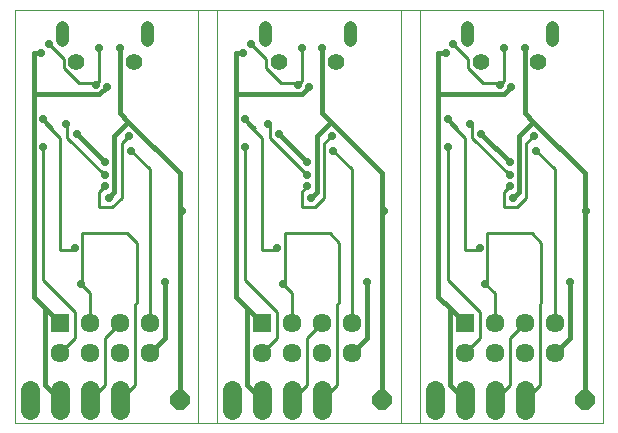
<source format=gbl>
G75*
G70*
%OFA0B0*%
%FSLAX25Y25*%
%IPPOS*%
%LPD*%
%AMOC8*
5,1,8,0,0,1.08239X$1,22.5*
%
%ADD100C,0.06400*%
%ADD101C,0.05550*%
%ADD108R,0.06340X0.06340*%
%ADD29OC8,0.06400*%
%ADD63C,0.01600*%
%ADD74C,0.04370*%
%ADD79C,0.06340*%
%ADD81C,0.00000*%
%ADD86C,0.02800*%
%ADD92C,0.01000*%
X0010000Y0010000D02*
G75*
%LPD*%
D81*
X0010000Y0010000D02*
X0010000Y0147460D01*
X0071200Y0147460D01*
X0071200Y0010000D01*
X0010000Y0010000D01*
X0024840Y0138050D02*
X0024840Y0141200D01*
X0024850Y0141200D02*
X0024860Y0141370D01*
X0024910Y0141540D01*
X0024980Y0141690D01*
X0025080Y0141830D01*
X0025200Y0141950D01*
X0025340Y0142050D01*
X0025490Y0142120D01*
X0025660Y0142170D01*
X0025830Y0142180D01*
X0026000Y0142170D01*
X0026170Y0142120D01*
X0026320Y0142050D01*
X0026460Y0141950D01*
X0026580Y0141830D01*
X0026680Y0141690D01*
X0026750Y0141540D01*
X0026800Y0141370D01*
X0026810Y0141200D01*
X0026810Y0138050D01*
X0025830Y0137070D02*
X0025660Y0137080D01*
X0025490Y0137130D01*
X0025340Y0137200D01*
X0025200Y0137300D01*
X0025080Y0137420D01*
X0024980Y0137560D01*
X0024910Y0137710D01*
X0024860Y0137880D01*
X0024850Y0138050D01*
X0025830Y0137070D02*
X0026000Y0137080D01*
X0026170Y0137130D01*
X0026320Y0137200D01*
X0026460Y0137300D01*
X0026580Y0137420D01*
X0026680Y0137560D01*
X0026750Y0137710D01*
X0026800Y0137880D01*
X0026810Y0138050D01*
X0053190Y0138050D02*
X0053190Y0141200D01*
X0053200Y0141370D01*
X0053250Y0141540D01*
X0053320Y0141690D01*
X0053420Y0141830D01*
X0053540Y0141950D01*
X0053680Y0142050D01*
X0053830Y0142120D01*
X0054000Y0142170D01*
X0054170Y0142180D01*
X0054340Y0142170D01*
X0054510Y0142120D01*
X0054660Y0142050D01*
X0054800Y0141950D01*
X0054920Y0141830D01*
X0055020Y0141690D01*
X0055090Y0141540D01*
X0055140Y0141370D01*
X0055150Y0141200D01*
X0055160Y0141200D02*
X0055160Y0138050D01*
X0054170Y0137070D02*
X0054000Y0137080D01*
X0053830Y0137130D01*
X0053680Y0137200D01*
X0053540Y0137300D01*
X0053420Y0137420D01*
X0053320Y0137560D01*
X0053250Y0137710D01*
X0053200Y0137880D01*
X0053190Y0138050D01*
X0054170Y0137070D02*
X0054340Y0137080D01*
X0054510Y0137130D01*
X0054660Y0137200D01*
X0054800Y0137300D01*
X0054920Y0137420D01*
X0055020Y0137560D01*
X0055090Y0137710D01*
X0055140Y0137880D01*
X0055150Y0138050D01*
D108*
X0025000Y0043130D03*
D79*
X0025000Y0033130D03*
X0035000Y0033130D03*
X0035000Y0043130D03*
X0045000Y0043130D03*
X0045000Y0033130D03*
X0055000Y0033130D03*
X0055000Y0043130D03*
D100*
X0045000Y0020700D02*
X0045000Y0014300D01*
X0035000Y0014300D02*
X0035000Y0020700D01*
X0025000Y0020700D02*
X0025000Y0014300D01*
X0015000Y0014300D02*
X0015000Y0020700D01*
D29*
X0065000Y0017500D03*
D101*
X0049550Y0130180D03*
X0030450Y0130180D03*
D74*
X0025830Y0137440D02*
X0025830Y0141810D01*
X0054170Y0141810D02*
X0054170Y0137440D01*
D92*
X0038130Y0135000D02*
X0038130Y0123750D01*
X0036880Y0122500D01*
X0036880Y0123130D01*
X0031250Y0123130D01*
X0026250Y0128130D01*
X0026250Y0131250D01*
X0021250Y0136250D01*
X0019380Y0111250D02*
X0020000Y0110000D01*
X0025000Y0105000D01*
X0025000Y0067500D01*
X0030000Y0067500D01*
X0030000Y0068130D01*
X0032500Y0073130D02*
X0032500Y0056250D01*
X0031880Y0056250D01*
X0035000Y0053130D01*
X0035000Y0043130D01*
X0040000Y0038130D02*
X0040000Y0022500D01*
X0035000Y0017500D01*
X0045000Y0017500D02*
X0050000Y0022500D01*
X0050000Y0049380D01*
X0050630Y0050000D01*
X0050630Y0070000D01*
X0047500Y0073130D01*
X0032500Y0073130D01*
X0038130Y0081880D02*
X0038130Y0086880D01*
X0040000Y0088750D01*
X0040000Y0092500D02*
X0027500Y0105000D01*
X0027500Y0108750D01*
X0026880Y0109380D01*
X0022500Y0108130D02*
X0019380Y0111250D01*
X0019380Y0101880D02*
X0019380Y0057500D01*
X0030000Y0046880D01*
X0030000Y0038130D01*
X0025000Y0033130D01*
X0040000Y0038130D02*
X0045000Y0043130D01*
X0055000Y0043130D02*
X0055000Y0094380D01*
X0048750Y0100630D01*
X0045630Y0103130D02*
X0048130Y0105630D01*
X0045630Y0103130D02*
X0045630Y0085000D01*
X0042500Y0081880D01*
X0038130Y0081880D01*
D86*
X0041250Y0085000D03*
X0040000Y0088750D03*
X0040000Y0092500D03*
X0040000Y0096880D03*
X0048130Y0105630D03*
X0048750Y0100630D03*
X0040630Y0121880D03*
X0036880Y0122500D03*
X0038130Y0135000D03*
X0045000Y0135000D03*
X0030630Y0106250D03*
X0026880Y0109380D03*
X0019380Y0111250D03*
X0019380Y0101880D03*
X0018750Y0133130D03*
X0021250Y0136250D03*
X0030000Y0068130D03*
X0031880Y0056250D03*
X0060000Y0056880D03*
X0065630Y0080630D03*
D63*
X0065000Y0080630D01*
X0065000Y0093130D01*
X0047810Y0110310D01*
X0043130Y0105630D01*
X0043130Y0086880D01*
X0041250Y0085000D01*
X0040000Y0096880D02*
X0030630Y0106250D01*
X0038130Y0119380D02*
X0016250Y0119380D01*
X0016250Y0133130D01*
X0018750Y0133130D01*
X0016250Y0119380D02*
X0016250Y0051880D01*
X0020310Y0047810D01*
X0020000Y0047500D01*
X0020000Y0022500D01*
X0025000Y0017500D01*
X0025000Y0043130D02*
X0020310Y0047810D01*
X0055000Y0033130D02*
X0060000Y0038130D01*
X0060000Y0056880D01*
X0065000Y0080630D02*
X0065000Y0017500D01*
X0047810Y0110310D02*
X0045000Y0113130D01*
X0045000Y0135000D01*
X0040630Y0121880D02*
X0038130Y0119380D01*
X0077450Y0010000D02*
G75*
%LPD*%
D81*
X0077450Y0010000D02*
X0077450Y0147460D01*
X0138650Y0147460D01*
X0138650Y0010000D01*
X0077450Y0010000D01*
X0092290Y0138050D02*
X0092290Y0141200D01*
X0092300Y0141200D02*
X0092310Y0141370D01*
X0092360Y0141540D01*
X0092430Y0141690D01*
X0092530Y0141830D01*
X0092650Y0141950D01*
X0092790Y0142050D01*
X0092940Y0142120D01*
X0093110Y0142170D01*
X0093280Y0142180D01*
X0093450Y0142170D01*
X0093620Y0142120D01*
X0093770Y0142050D01*
X0093910Y0141950D01*
X0094030Y0141830D01*
X0094130Y0141690D01*
X0094200Y0141540D01*
X0094250Y0141370D01*
X0094260Y0141200D01*
X0094260Y0138050D01*
X0093280Y0137070D02*
X0093110Y0137080D01*
X0092940Y0137130D01*
X0092790Y0137200D01*
X0092650Y0137300D01*
X0092530Y0137420D01*
X0092430Y0137560D01*
X0092360Y0137710D01*
X0092310Y0137880D01*
X0092300Y0138050D01*
X0093280Y0137070D02*
X0093450Y0137080D01*
X0093620Y0137130D01*
X0093770Y0137200D01*
X0093910Y0137300D01*
X0094030Y0137420D01*
X0094130Y0137560D01*
X0094200Y0137710D01*
X0094250Y0137880D01*
X0094260Y0138050D01*
X0120640Y0138050D02*
X0120640Y0141200D01*
X0120650Y0141370D01*
X0120700Y0141540D01*
X0120770Y0141690D01*
X0120870Y0141830D01*
X0120990Y0141950D01*
X0121130Y0142050D01*
X0121280Y0142120D01*
X0121450Y0142170D01*
X0121620Y0142180D01*
X0121790Y0142170D01*
X0121960Y0142120D01*
X0122110Y0142050D01*
X0122250Y0141950D01*
X0122370Y0141830D01*
X0122470Y0141690D01*
X0122540Y0141540D01*
X0122590Y0141370D01*
X0122600Y0141200D01*
X0122610Y0141200D02*
X0122610Y0138050D01*
X0121620Y0137070D02*
X0121450Y0137080D01*
X0121280Y0137130D01*
X0121130Y0137200D01*
X0120990Y0137300D01*
X0120870Y0137420D01*
X0120770Y0137560D01*
X0120700Y0137710D01*
X0120650Y0137880D01*
X0120640Y0138050D01*
X0121620Y0137070D02*
X0121790Y0137080D01*
X0121960Y0137130D01*
X0122110Y0137200D01*
X0122250Y0137300D01*
X0122370Y0137420D01*
X0122470Y0137560D01*
X0122540Y0137710D01*
X0122590Y0137880D01*
X0122600Y0138050D01*
D108*
X0092450Y0043130D03*
D79*
X0092450Y0033130D03*
X0102450Y0033130D03*
X0102450Y0043130D03*
X0112450Y0043130D03*
X0112450Y0033130D03*
X0122450Y0033130D03*
X0122450Y0043130D03*
D100*
X0112450Y0020700D02*
X0112450Y0014300D01*
X0102450Y0014300D02*
X0102450Y0020700D01*
X0092450Y0020700D02*
X0092450Y0014300D01*
X0082450Y0014300D02*
X0082450Y0020700D01*
D29*
X0132450Y0017500D03*
D101*
X0117000Y0130180D03*
X0097900Y0130180D03*
D74*
X0093280Y0137440D02*
X0093280Y0141810D01*
X0121620Y0141810D02*
X0121620Y0137440D01*
D92*
X0105580Y0135000D02*
X0105580Y0123750D01*
X0104330Y0122500D01*
X0104330Y0123130D01*
X0098700Y0123130D01*
X0093700Y0128130D01*
X0093700Y0131250D01*
X0088700Y0136250D01*
X0086830Y0111250D02*
X0087450Y0110000D01*
X0092450Y0105000D01*
X0092450Y0067500D01*
X0097450Y0067500D01*
X0097450Y0068130D01*
X0099950Y0073130D02*
X0099950Y0056250D01*
X0099330Y0056250D01*
X0102450Y0053130D01*
X0102450Y0043130D01*
X0107450Y0038130D02*
X0107450Y0022500D01*
X0102450Y0017500D01*
X0112450Y0017500D02*
X0117450Y0022500D01*
X0117450Y0049380D01*
X0118080Y0050000D01*
X0118080Y0070000D01*
X0114950Y0073130D01*
X0099950Y0073130D01*
X0105580Y0081880D02*
X0105580Y0086880D01*
X0107450Y0088750D01*
X0107450Y0092500D02*
X0094950Y0105000D01*
X0094950Y0108750D01*
X0094330Y0109380D01*
X0089950Y0108130D02*
X0086830Y0111250D01*
X0086830Y0101880D02*
X0086830Y0057500D01*
X0097450Y0046880D01*
X0097450Y0038130D01*
X0092450Y0033130D01*
X0107450Y0038130D02*
X0112450Y0043130D01*
X0122450Y0043130D02*
X0122450Y0094380D01*
X0116200Y0100630D01*
X0113080Y0103130D02*
X0115580Y0105630D01*
X0113080Y0103130D02*
X0113080Y0085000D01*
X0109950Y0081880D01*
X0105580Y0081880D01*
D86*
X0108700Y0085000D03*
X0107450Y0088750D03*
X0107450Y0092500D03*
X0107450Y0096880D03*
X0115580Y0105630D03*
X0116200Y0100630D03*
X0108080Y0121880D03*
X0104330Y0122500D03*
X0105580Y0135000D03*
X0112450Y0135000D03*
X0098080Y0106250D03*
X0094330Y0109380D03*
X0086830Y0111250D03*
X0086830Y0101880D03*
X0086200Y0133130D03*
X0088700Y0136250D03*
X0097450Y0068130D03*
X0099330Y0056250D03*
X0127450Y0056880D03*
X0133080Y0080630D03*
D63*
X0132450Y0080630D01*
X0132450Y0093130D01*
X0115260Y0110310D01*
X0110580Y0105630D01*
X0110580Y0086880D01*
X0108700Y0085000D01*
X0107450Y0096880D02*
X0098080Y0106250D01*
X0105580Y0119380D02*
X0083700Y0119380D01*
X0083700Y0133130D01*
X0086200Y0133130D01*
X0083700Y0119380D02*
X0083700Y0051880D01*
X0087760Y0047810D01*
X0087450Y0047500D01*
X0087450Y0022500D01*
X0092450Y0017500D01*
X0092450Y0043130D02*
X0087760Y0047810D01*
X0122450Y0033130D02*
X0127450Y0038130D01*
X0127450Y0056880D01*
X0132450Y0080630D02*
X0132450Y0017500D01*
X0115260Y0110310D02*
X0112450Y0113130D01*
X0112450Y0135000D01*
X0108080Y0121880D02*
X0105580Y0119380D01*
X0144900Y0010000D02*
G75*
%LPD*%
D81*
X0144900Y0010000D02*
X0144900Y0147460D01*
X0206100Y0147460D01*
X0206100Y0010000D01*
X0144900Y0010000D01*
X0159740Y0138050D02*
X0159740Y0141200D01*
X0159750Y0141200D02*
X0159760Y0141370D01*
X0159810Y0141540D01*
X0159880Y0141690D01*
X0159980Y0141830D01*
X0160100Y0141950D01*
X0160240Y0142050D01*
X0160390Y0142120D01*
X0160560Y0142170D01*
X0160730Y0142180D01*
X0160900Y0142170D01*
X0161070Y0142120D01*
X0161220Y0142050D01*
X0161360Y0141950D01*
X0161480Y0141830D01*
X0161580Y0141690D01*
X0161650Y0141540D01*
X0161700Y0141370D01*
X0161710Y0141200D01*
X0161710Y0138050D01*
X0160730Y0137070D02*
X0160560Y0137080D01*
X0160390Y0137130D01*
X0160240Y0137200D01*
X0160100Y0137300D01*
X0159980Y0137420D01*
X0159880Y0137560D01*
X0159810Y0137710D01*
X0159760Y0137880D01*
X0159750Y0138050D01*
X0160730Y0137070D02*
X0160900Y0137080D01*
X0161070Y0137130D01*
X0161220Y0137200D01*
X0161360Y0137300D01*
X0161480Y0137420D01*
X0161580Y0137560D01*
X0161650Y0137710D01*
X0161700Y0137880D01*
X0161710Y0138050D01*
X0188090Y0138050D02*
X0188090Y0141200D01*
X0188100Y0141370D01*
X0188150Y0141540D01*
X0188220Y0141690D01*
X0188320Y0141830D01*
X0188440Y0141950D01*
X0188580Y0142050D01*
X0188730Y0142120D01*
X0188900Y0142170D01*
X0189070Y0142180D01*
X0189240Y0142170D01*
X0189410Y0142120D01*
X0189560Y0142050D01*
X0189700Y0141950D01*
X0189820Y0141830D01*
X0189920Y0141690D01*
X0189990Y0141540D01*
X0190040Y0141370D01*
X0190050Y0141200D01*
X0190060Y0141200D02*
X0190060Y0138050D01*
X0189070Y0137070D02*
X0188900Y0137080D01*
X0188730Y0137130D01*
X0188580Y0137200D01*
X0188440Y0137300D01*
X0188320Y0137420D01*
X0188220Y0137560D01*
X0188150Y0137710D01*
X0188100Y0137880D01*
X0188090Y0138050D01*
X0189070Y0137070D02*
X0189240Y0137080D01*
X0189410Y0137130D01*
X0189560Y0137200D01*
X0189700Y0137300D01*
X0189820Y0137420D01*
X0189920Y0137560D01*
X0189990Y0137710D01*
X0190040Y0137880D01*
X0190050Y0138050D01*
D108*
X0159900Y0043130D03*
D79*
X0159900Y0033130D03*
X0169900Y0033130D03*
X0169900Y0043130D03*
X0179900Y0043130D03*
X0179900Y0033130D03*
X0189900Y0033130D03*
X0189900Y0043130D03*
D100*
X0179900Y0020700D02*
X0179900Y0014300D01*
X0169900Y0014300D02*
X0169900Y0020700D01*
X0159900Y0020700D02*
X0159900Y0014300D01*
X0149900Y0014300D02*
X0149900Y0020700D01*
D29*
X0199900Y0017500D03*
D101*
X0184450Y0130180D03*
X0165350Y0130180D03*
D74*
X0160730Y0137440D02*
X0160730Y0141810D01*
X0189070Y0141810D02*
X0189070Y0137440D01*
D92*
X0173030Y0135000D02*
X0173030Y0123750D01*
X0171780Y0122500D01*
X0171780Y0123130D01*
X0166150Y0123130D01*
X0161150Y0128130D01*
X0161150Y0131250D01*
X0156150Y0136250D01*
X0154280Y0111250D02*
X0154900Y0110000D01*
X0159900Y0105000D01*
X0159900Y0067500D01*
X0164900Y0067500D01*
X0164900Y0068130D01*
X0167400Y0073130D02*
X0167400Y0056250D01*
X0166780Y0056250D01*
X0169900Y0053130D01*
X0169900Y0043130D01*
X0174900Y0038130D02*
X0174900Y0022500D01*
X0169900Y0017500D01*
X0179900Y0017500D02*
X0184900Y0022500D01*
X0184900Y0049380D01*
X0185530Y0050000D01*
X0185530Y0070000D01*
X0182400Y0073130D01*
X0167400Y0073130D01*
X0173030Y0081880D02*
X0173030Y0086880D01*
X0174900Y0088750D01*
X0174900Y0092500D02*
X0162400Y0105000D01*
X0162400Y0108750D01*
X0161780Y0109380D01*
X0157400Y0108130D02*
X0154280Y0111250D01*
X0154280Y0101880D02*
X0154280Y0057500D01*
X0164900Y0046880D01*
X0164900Y0038130D01*
X0159900Y0033130D01*
X0174900Y0038130D02*
X0179900Y0043130D01*
X0189900Y0043130D02*
X0189900Y0094380D01*
X0183650Y0100630D01*
X0180530Y0103130D02*
X0183030Y0105630D01*
X0180530Y0103130D02*
X0180530Y0085000D01*
X0177400Y0081880D01*
X0173030Y0081880D01*
D86*
X0176150Y0085000D03*
X0174900Y0088750D03*
X0174900Y0092500D03*
X0174900Y0096880D03*
X0183030Y0105630D03*
X0183650Y0100630D03*
X0175530Y0121880D03*
X0171780Y0122500D03*
X0173030Y0135000D03*
X0179900Y0135000D03*
X0165530Y0106250D03*
X0161780Y0109380D03*
X0154280Y0111250D03*
X0154280Y0101880D03*
X0153650Y0133130D03*
X0156150Y0136250D03*
X0164900Y0068130D03*
X0166780Y0056250D03*
X0194900Y0056880D03*
X0200530Y0080630D03*
D63*
X0199900Y0080630D01*
X0199900Y0093130D01*
X0182710Y0110310D01*
X0178030Y0105630D01*
X0178030Y0086880D01*
X0176150Y0085000D01*
X0174900Y0096880D02*
X0165530Y0106250D01*
X0173030Y0119380D02*
X0151150Y0119380D01*
X0151150Y0133130D01*
X0153650Y0133130D01*
X0151150Y0119380D02*
X0151150Y0051880D01*
X0155210Y0047810D01*
X0154900Y0047500D01*
X0154900Y0022500D01*
X0159900Y0017500D01*
X0159900Y0043130D02*
X0155210Y0047810D01*
X0189900Y0033130D02*
X0194900Y0038130D01*
X0194900Y0056880D01*
X0199900Y0080630D02*
X0199900Y0017500D01*
X0182710Y0110310D02*
X0179900Y0113130D01*
X0179900Y0135000D01*
X0175530Y0121880D02*
X0173030Y0119380D01*
%ADD10C,0.00100*%
D10*
X0010000Y0010000D02*
X0010000Y0147460D01*
X0206100Y0147460D01*
X0206100Y0010000D01*
X0010000Y0010000D01*
M02*

</source>
